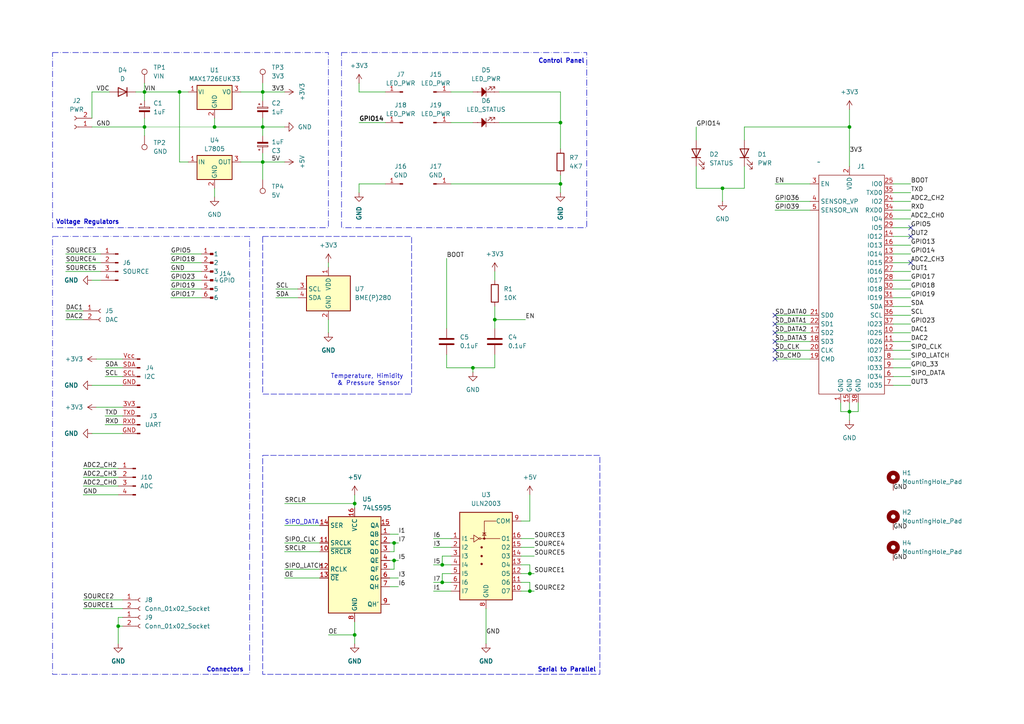
<source format=kicad_sch>
(kicad_sch (version 20231120) (generator "eeschema") (generator_version "8.0")
  (paper "A4")
  (junction (at 590.55 85.09))
  (junction (at 102.87 184.15))
  (junction (at 518.16 15.24))
  (junction (at 62.23 36.83))
  (junction (at 153.67 166.37))
  (junction (at 76.2 36.83))
  (junction (at 162.56 35.56))
  (junction (at 487.68 22.86))
  (junction (at 153.67 171.45))
  (junction (at 128.27 168.91))
  (junction (at 246.38 36.83))
  (junction (at 543.56 57.15))
  (junction (at 41.91 36.83))
  (junction (at 52.07 26.67))
  (junction (at 478.79 156.21))
  (junction (at 76.2 46.99))
  (junction (at 114.3 157.48))
  (junction (at 543.56 93.98))
  (junction (at 377.19 151.13))
  (junction (at 246.38 119.38))
  (junction (at 114.3 162.56))
  (junction (at 401.32 163.83))
  (junction (at 143.51 92.71))
  (junction (at 495.3 168.91))
  (junction (at 76.2 26.67))
  (junction (at 41.91 26.67))
  (junction (at 102.87 146.05))
  (junction (at 162.56 53.34))
  (junction (at 450.85 99.06))
  (junction (at 495.3 156.21))
  (junction (at 137.16 106.68))
  (junction (at 487.68 15.24))
  (junction (at 209.55 54.61))
  (junction (at 504.19 22.86))
  (junction (at 128.27 163.83))
  (junction (at 34.29 181.61))
  (no_connect (at 224.79 96.52))
  (no_connect (at 224.79 104.14))
  (no_connect (at 361.95 113.03))
  (no_connect (at 224.79 99.06))
  (no_connect (at 264.16 66.04))
  (no_connect (at 264.16 76.2))
  (no_connect (at 264.16 68.58))
  (no_connect (at 224.79 93.98))
  (no_connect (at 224.79 101.6))
  (no_connect (at 224.79 91.44))
  (wire (pts (xy 478.79 168.91) (xy 476.25 168.91)))
  (wire (pts (xy 114.3 162.56) (xy 114.3 165.1)))
  (wire (pts (xy 259.08 58.42) (xy 264.16 58.42)))
  (wire (pts (xy 553.72 62.23) (xy 556.26 62.23)))
  (wire (pts (xy 62.23 54.61) (xy 62.23 57.15)))
  (wire (pts (xy 52.07 26.67) (xy 54.61 26.67)))
  (wire (pts (xy 483.87 95.25) (xy 492.76 95.25)))
  (wire (pts (xy 113.03 162.56) (xy 114.3 162.56)))
  (wire (pts (xy 224.79 101.6) (xy 234.95 101.6)))
  (wire (pts (xy 34.29 179.07) (xy 34.29 181.61)))
  (wire (pts (xy 30.48 109.22) (xy 35.56 109.22)))
  (wire (pts (xy 151.13 171.45) (xy 153.67 171.45)))
  (wire (pts (xy 41.91 36.83) (xy 62.23 36.83)) (stroke (width 0.0254)))
  (wire (pts (xy 485.14 97.79) (xy 492.76 97.79)))
  (wire (pts (xy 358.14 171.45) (xy 361.95 171.45)))
  (wire (pts (xy 102.87 180.34) (xy 102.87 184.15)))
  (wire (pts (xy 82.55 157.48) (xy 92.71 157.48)))
  (wire (pts (xy 162.56 26.67) (xy 162.56 35.56)))
  (wire (pts (xy 162.56 50.8) (xy 162.56 53.34)))
  (wire (pts (xy 24.13 173.99) (xy 35.56 173.99)))
  (wire (pts (xy 129.54 106.68) (xy 137.16 106.68)))
  (wire (pts (xy 41.91 26.67) (xy 52.07 26.67)))
  (wire (pts (xy 590.55 85.09) (xy 590.55 93.98)))
  (wire (pts (xy 259.08 63.5) (xy 264.16 63.5)))
  (wire (pts (xy 209.55 54.61) (xy 215.9 54.61)))
  (wire (pts (xy 495.3 158.75) (xy 495.3 156.21)))
  (wire (pts (xy 377.19 151.13) (xy 382.27 151.13)))
  (wire (pts (xy 224.79 99.06) (xy 234.95 99.06)))
  (wire (pts (xy 54.61 46.99) (xy 52.07 46.99)))
  (wire (pts (xy 30.48 120.65) (xy 35.56 120.65)))
  (wire (pts (xy 495.3 156.21) (xy 504.19 156.21)))
  (wire (pts (xy 518.16 62.23) (xy 533.4 62.23)))
  (wire (pts (xy 24.13 140.97) (xy 34.29 140.97)))
  (wire (pts (xy 401.32 142.24) (xy 401.32 146.05)))
  (wire (pts (xy 82.55 160.02) (xy 92.71 160.02)))
  (wire (pts (xy 604.52 48.26) (xy 604.52 59.69)))
  (wire (pts (xy 574.04 67.31) (xy 580.39 67.31)))
  (wire (pts (xy 246.38 31.75) (xy 246.38 36.83)))
  (wire (pts (xy 259.08 78.74) (xy 264.16 78.74)))
  (wire (pts (xy 128.27 163.83) (xy 130.81 163.83)))
  (wire (pts (xy 128.27 168.91) (xy 130.81 168.91)))
  (wire (pts (xy 259.08 81.28) (xy 264.16 81.28)))
  (wire (pts (xy 553.72 77.47) (xy 556.26 77.47)))
  (wire (pts (xy 482.6 15.24) (xy 487.68 15.24)))
  (wire (pts (xy 27.94 104.14) (xy 35.56 104.14)))
  (wire (pts (xy 153.67 171.45) (xy 154.94 171.45)))
  (wire (pts (xy 125.73 156.21) (xy 130.81 156.21)))
  (wire (pts (xy 389.89 151.13) (xy 393.7 151.13)))
  (wire (pts (xy 453.39 95.25) (xy 453.39 99.06)))
  (wire (pts (xy 62.23 34.29) (xy 62.23 36.83)))
  (wire (pts (xy 151.13 156.21) (xy 154.94 156.21)))
  (wire (pts (xy 29.21 78.74) (xy 19.05 78.74)))
  (wire (pts (xy 551.22 22.73) (xy 558.84 22.73)))
  (wire (pts (xy 243.84 119.38) (xy 246.38 119.38)))
  (wire (pts (xy 114.3 157.48) (xy 115.57 157.48)))
  (wire (pts (xy 104.14 26.67) (xy 104.14 24.13)))
  (wire (pts (xy 76.2 34.29) (xy 76.2 36.83)))
  (wire (pts (xy 29.21 73.66) (xy 19.05 73.66)))
  (wire (pts (xy 259.08 53.34) (xy 264.16 53.34)))
  (wire (pts (xy 504.19 22.86) (xy 504.19 26.67)))
  (wire (pts (xy 49.53 81.28) (xy 58.42 81.28)))
  (wire (pts (xy 153.67 151.13) (xy 151.13 151.13)))
  (wire (pts (xy 574.04 62.23) (xy 580.39 62.23)))
  (wire (pts (xy 462.28 67.31) (xy 467.36 67.31)))
  (wire (pts (xy 201.93 36.83) (xy 201.93 40.64)))
  (wire (pts (xy 469.9 15.24) (xy 474.98 15.24)))
  (wire (pts (xy 49.53 83.82) (xy 58.42 83.82)))
  (wire (pts (xy 151.13 168.91) (xy 153.67 168.91)))
  (wire (pts (xy 26.67 81.28) (xy 29.21 81.28)))
  (wire (pts (xy 518.16 67.31) (xy 533.4 67.31)))
  (wire (pts (xy 102.87 146.05) (xy 102.87 147.32)))
  (wire (pts (xy 458.47 168.91) (xy 461.01 168.91)))
  (wire (pts (xy 504.19 163.83) (xy 504.19 168.91)))
  (wire (pts (xy 604.52 59.69) (xy 600.71 59.69)))
  (wire (pts (xy 104.14 53.34) (xy 104.14 55.88)))
  (wire (pts (xy 234.95 53.34) (xy 224.79 53.34)))
  (wire (pts (xy 358.14 173.99) (xy 361.95 173.99)))
  (wire (pts (xy 144.78 35.56) (xy 162.56 35.56)))
  (wire (pts (xy 111.76 26.67) (xy 104.14 26.67)))
  (wire (pts (xy 102.87 143.51) (xy 102.87 146.05)))
  (wire (pts (xy 26.67 26.67) (xy 31.75 26.67)))
  (wire (pts (xy 574.04 64.77) (xy 580.39 64.77)))
  (wire (pts (xy 243.84 116.84) (xy 243.84 119.38)))
  (wire (pts (xy 434.34 55.88) (xy 438.15 55.88)))
  (wire (pts (xy 41.91 39.37) (xy 41.91 36.83)))
  (wire (pts (xy 19.05 90.17) (xy 24.13 90.17)))
  (wire (pts (xy 224.79 60.96) (xy 234.95 60.96)))
  (wire (pts (xy 543.56 48.26) (xy 543.56 57.15)))
  (wire (pts (xy 543.56 93.98) (xy 543.56 96.52)))
  (wire (pts (xy 504.19 161.29) (xy 506.73 161.29)))
  (wire (pts (xy 574.04 74.93) (xy 580.39 74.93)))
  (wire (pts (xy 49.53 76.2) (xy 58.42 76.2)))
  (wire (pts (xy 34.29 181.61) (xy 35.56 181.61)))
  (wire (pts (xy 27.94 118.11) (xy 35.56 118.11)))
  (wire (pts (xy 41.91 26.67) (xy 41.91 29.21)))
  (wire (pts (xy 143.51 88.9) (xy 143.51 92.71)))
  (wire (pts (xy 143.51 92.71) (xy 152.4 92.71)))
  (wire (pts (xy 153.67 163.83) (xy 153.67 166.37)))
  (wire (pts (xy 518.16 74.93) (xy 533.4 74.93)))
  (wire (pts (xy 259.08 106.68) (xy 264.16 106.68)))
  (wire (pts (xy 41.91 34.29) (xy 41.91 36.83)))
  (wire (pts (xy 209.55 58.42) (xy 209.55 54.61)))
  (wire (pts (xy 130.81 35.56) (xy 137.16 35.56)))
  (wire (pts (xy 224.79 93.98) (xy 234.95 93.98)))
  (wire (pts (xy 153.67 143.51) (xy 153.67 151.13)))
  (wire (pts (xy 24.13 176.53) (xy 35.56 176.53)))
  (wire (pts (xy 486.41 173.99) (xy 487.68 173.99)))
  (wire (pts (xy 224.79 91.44) (xy 234.95 91.44)))
  (wire (pts (xy 113.03 160.02) (xy 114.3 160.02)))
  (wire (pts (xy 361.95 118.11) (xy 373.38 118.11)))
  (wire (pts (xy 113.03 167.64) (xy 115.57 167.64)))
  (wire (pts (xy 215.9 48.26) (xy 215.9 54.61)))
  (wire (pts (xy 52.07 26.67) (xy 52.07 46.99)))
  (wire (pts (xy 259.08 101.6) (xy 264.16 101.6)))
  (wire (pts (xy 342.9 113.03) (xy 346.71 113.03)))
  (wire (pts (xy 35.56 179.07) (xy 34.29 179.07)))
  (wire (pts (xy 76.2 46.99) (xy 82.55 46.99)))
  (wire (pts (xy 41.91 24.13) (xy 41.91 26.67)))
  (wire (pts (xy 76.2 36.83) (xy 82.55 36.83)))
  (wire (pts (xy 259.08 104.14) (xy 264.16 104.14)))
  (wire (pts (xy 130.81 26.67) (xy 137.16 26.67)))
  (wire (pts (xy 567.73 10.03) (xy 567.73 13.84)))
  (wire (pts (xy 151.13 161.29) (xy 154.94 161.29)))
  (wire (pts (xy 401.32 156.21) (xy 401.32 163.83)))
  (wire (pts (xy 259.08 93.98) (xy 264.16 93.98)))
  (wire (pts (xy 462.28 69.85) (xy 467.36 69.85)))
  (wire (pts (xy 143.51 102.87) (xy 143.51 106.68)))
  (wire (pts (xy 215.9 36.83) (xy 215.9 40.64)))
  (wire (pts (xy 82.55 152.4) (xy 92.71 152.4)))
  (wire (pts (xy 504.19 156.21) (xy 504.19 161.29)))
  (wire (pts (xy 553.72 69.85) (xy 556.26 69.85)))
  (wire (pts (xy 80.01 86.36) (xy 86.36 86.36)))
  (wire (pts (xy 151.13 163.83) (xy 153.67 163.83)))
  (wire (pts (xy 35.56 111.76) (xy 26.67 111.76)))
  (wire (pts (xy 151.13 158.75) (xy 154.94 158.75)))
  (wire (pts (xy 495.3 156.21) (xy 478.79 156.21)))
  (wire (pts (xy 30.48 123.19) (xy 35.56 123.19)))
  (wire (pts (xy 476.25 173.99) (xy 478.79 173.99)))
  (wire (pts (xy 104.14 35.56) (xy 111.76 35.56)))
  (wire (pts (xy 201.93 54.61) (xy 209.55 54.61)))
  (wire (pts (xy 76.2 36.83) (xy 76.2 39.37)))
  (wire (pts (xy 259.08 55.88) (xy 264.16 55.88)))
  (wire (pts (xy 453.39 99.06) (xy 450.85 99.06)))
  (wire (pts (xy 259.08 99.06) (xy 264.16 99.06)))
  (wire (pts (xy 574.04 77.47) (xy 580.39 77.47)))
  (wire (pts (xy 143.51 92.71) (xy 143.51 95.25)))
  (wire (pts (xy 201.93 48.26) (xy 201.93 54.61)))
  (wire (pts (xy 102.87 184.15) (xy 102.87 186.69)))
  (wire (pts (xy 553.72 74.93) (xy 556.26 74.93)))
  (wire (pts (xy 450.85 95.25) (xy 450.85 99.06)))
  (wire (pts (xy 449.58 27.94) (xy 449.58 31.75)))
  (wire (pts (xy 434.34 58.42) (xy 438.15 58.42)))
  (wire (pts (xy 518.16 77.47) (xy 533.4 77.47)))
  (wire (pts (xy 533.4 57.15) (xy 543.56 57.15)))
  (wire (pts (xy 553.72 72.39) (xy 556.26 72.39)))
  (wire (pts (xy 551.22 20.19) (xy 558.84 20.19)))
  (wire (pts (xy 358.14 166.37) (xy 361.95 166.37)))
  (wire (pts (xy 487.68 16.51) (xy 487.68 15.24)))
  (wire (pts (xy 518.16 22.86) (xy 504.19 22.86)))
  (wire (pts (xy 62.23 36.83) (xy 76.2 36.83)))
  (wire (pts (xy 401.32 163.83) (xy 401.32 172.72)))
  (wire (pts (xy 358.14 168.91) (xy 361.95 168.91)))
  (wire (pts (xy 361.95 115.57) (xy 373.38 115.57)))
  (wire (pts (xy 259.08 86.36) (xy 264.16 86.36)))
  (wire (pts (xy 224.79 104.14) (xy 234.95 104.14)))
  (wire (pts (xy 485.14 90.17) (xy 492.76 90.17)))
  (wire (pts (xy 450.85 99.06) (xy 450.85 101.6)))
  (wire (pts (xy 543.56 90.17) (xy 543.56 93.98)))
  (wire (pts (xy 76.2 29.21) (xy 76.2 26.67)))
  (wire (pts (xy 80.01 83.82) (xy 86.36 83.82)))
  (wire (pts (xy 259.08 60.96) (xy 264.16 60.96)))
  (wire (pts (xy 76.2 46.99) (xy 76.2 52.07)))
  (wire (pts (xy 472.44 22.86) (xy 487.68 22.86)))
  (wire (pts (xy 125.73 168.91) (xy 128.27 168.91)))
  (wire (pts (xy 259.08 71.12) (xy 264.16 71.12)))
  (wire (pts (xy 259.08 88.9) (xy 264.16 88.9)))
  (wire (pts (xy 469.9 17.78) (xy 472.44 17.78)))
  (wire (pts (xy 574.04 69.85) (xy 580.39 69.85)))
  (wire (pts (xy 553.72 67.31) (xy 556.26 67.31)))
  (wire (pts (xy 26.67 36.83) (xy 41.91 36.83)))
  (wire (pts (xy 401.32 163.83) (xy 393.7 163.83)))
  (wire (pts (xy 24.13 138.43) (xy 34.29 138.43)))
  (wire (pts (xy 104.14 53.34) (xy 111.76 53.34)))
  (wire (pts (xy 485.14 100.33) (xy 485.14 97.79)))
  (wire (pts (xy 125.73 171.45) (xy 130.81 171.45)))
  (wire (pts (xy 377.19 142.24) (xy 377.19 151.13)))
  (wire (pts (xy 511.81 15.24) (xy 518.16 15.24)))
  (wire (pts (xy 224.79 58.42) (xy 234.95 58.42)))
  (wire (pts (xy 495.3 179.07) (xy 495.3 182.88)))
  (wire (pts (xy 113.03 154.94) (xy 115.57 154.94)))
  (wire (pts (xy 35.56 125.73) (xy 26.67 125.73)))
  (wire (pts (xy 259.08 76.2) (xy 264.16 76.2)))
  (wire (pts (xy 506.73 163.83) (xy 504.19 163.83)))
  (wire (pts (xy 590.55 93.98) (xy 543.56 93.98)))
  (wire (pts (xy 327.66 113.03) (xy 335.28 113.03)))
  (wire (pts (xy 95.25 76.2) (xy 95.25 77.47)))
  (wire (pts (xy 49.53 86.36) (xy 58.42 86.36)))
  (wire (pts (xy 246.38 119.38) (xy 246.38 121.92)))
  (wire (pts (xy 259.08 68.58) (xy 264.16 68.58)))
  (wire (pts (xy 259.08 96.52) (xy 264.16 96.52)))
  (wire (pts (xy 259.08 111.76) (xy 264.16 111.76)))
  (wire (pts (xy 478.79 156.21) (xy 478.79 168.91)))
  (wire (pts (xy 76.2 44.45) (xy 76.2 46.99)))
  (wire (pts (xy 125.73 158.75) (xy 130.81 158.75)))
  (wire (pts (xy 82.55 165.1) (xy 92.71 165.1)))
  (wire (pts (xy 246.38 36.83) (xy 246.38 48.26)))
  (wire (pts (xy 129.54 74.93) (xy 129.54 95.25)))
  (wire (pts (xy 384.81 163.83) (xy 386.08 163.83)))
  (wire (pts (xy 344.17 123.19) (xy 344.17 118.11)))
  (wire (pts (xy 162.56 53.34) (xy 162.56 55.88)))
  (wire (pts (xy 153.67 168.91) (xy 153.67 171.45)))
  (wire (pts (xy 455.93 173.99) (xy 461.01 173.99)))
  (wire (pts (xy 69.85 46.99) (xy 76.2 46.99)))
  (wire (pts (xy 69.85 26.67) (xy 76.2 26.67)))
  (wire (pts (xy 518.16 21.59) (xy 518.16 22.86)))
  (wire (pts (xy 472.44 17.78) (xy 472.44 22.86)))
  (wire (pts (xy 518.16 69.85) (xy 533.4 69.85)))
  (wire (pts (xy 19.05 92.71) (xy 24.13 92.71)))
  (wire (pts (xy 34.29 181.61) (xy 34.29 186.69)))
  (wire (pts (xy 82.55 146.05) (xy 102.87 146.05)))
  (wire (pts (xy 248.92 119.38) (xy 246.38 119.38)))
  (wire (pts (xy 377.19 168.91) (xy 377.19 172.72)))
  (wire (pts (xy 535.94 93.98) (xy 543.56 93.98)))
  (wire (pts (xy 153.67 166.37) (xy 154.94 166.37)))
  (wire (pts (xy 440.69 168.91) (xy 450.85 168.91)))
  (wire (pts (xy 574.04 72.39) (xy 580.39 72.39)))
  (wire (pts (xy 259.08 66.04) (xy 264.16 66.04)))
  (wire (pts (xy 113.03 157.48) (xy 114.3 157.48)))
  (wire (pts (xy 259.08 109.22) (xy 264.16 109.22)))
  (wire (pts (xy 358.14 163.83) (xy 361.95 163.83)))
  (wire (pts (xy 518.16 16.51) (xy 518.16 15.24)))
  (wire (pts (xy 248.92 116.84) (xy 248.92 119.38)))
  (wire (pts (xy 590.55 82.55) (xy 590.55 85.09)))
  (wire (pts (xy 553.72 64.77) (xy 556.26 64.77)))
  (wire (pts (xy 34.29 135.89) (xy 24.13 135.89)))
  (wire (pts (xy 448.31 99.06) (xy 450.85 99.06)))
  (wire (pts (xy 483.87 92.71) (xy 492.76 92.71)))
  (wire (pts (xy 448.31 95.25) (xy 448.31 99.06)))
  (wire (pts (xy 162.56 35.56) (xy 162.56 43.18)))
  (wire (pts (xy 95.25 184.15) (xy 102.87 184.15)))
  (wire (pts (xy 259.08 83.82) (xy 264.16 83.82)))
  (wire (pts (xy 76.2 24.13) (xy 76.2 26.67)))
  (wire (pts (xy 130.81 166.37) (xy 128.27 166.37)))
  (wire (pts (xy 259.08 73.66) (xy 264.16 73.66)))
  (wire (pts (xy 130.81 161.29) (xy 128.27 161.29)))
  (wire (pts (xy 487.68 15.24) (xy 496.57 15.24)))
  (wire (pts (xy 518.16 15.24) (xy 525.78 15.24)))
  (wire (pts (xy 574.04 80.01) (xy 580.39 80.01)))
  (wire (pts (xy 487.68 22.86) (xy 504.19 22.86)))
  (wire (pts (xy 143.51 78.74) (xy 143.51 81.28)))
  (wire (pts (xy 495.3 166.37) (xy 495.3 168.91)))
  (wire (pts (xy 125.73 163.83) (xy 128.27 163.83)))
  (wire (pts (xy 487.68 21.59) (xy 487.68 22.86)))
  (wire (pts (xy 49.53 73.66) (xy 58.42 73.66)))
  (wire (pts (xy 30.48 106.68) (xy 35.56 106.68)))
  (wire (pts (xy 259.08 91.44) (xy 264.16 91.44)))
  (wire (pts (xy 26.67 26.67) (xy 26.67 34.29)))
  (wire (pts (xy 358.14 161.29) (xy 361.95 161.29)))
  (wire (pts (xy 130.81 53.34) (xy 162.56 53.34)))
  (wire (pts (xy 137.16 106.68) (xy 137.16 107.95)))
  (wire (pts (xy 24.13 143.51) (xy 34.29 143.51)))
  (wire (pts (xy 224.79 96.52) (xy 234.95 96.52)))
  (wire (pts (xy 377.19 151.13) (xy 377.19 158.75)))
  (wire (pts (xy 128.27 161.29) (xy 128.27 163.83)))
  (wire (pts (xy 113.03 165.1) (xy 114.3 165.1)))
  (wire (pts (xy 113.03 170.18) (xy 115.57 170.18)))
  (wire (pts (xy 95.25 92.71) (xy 95.25 96.52)))
  (wire (pts (xy 567.73 29.08) (xy 567.73 34.16)))
  (wire (pts (xy 129.54 102.87) (xy 129.54 106.68)))
  (wire (pts (xy 478.79 153.67) (xy 478.79 156.21)))
  (wire (pts (xy 151.13 166.37) (xy 153.67 166.37)))
  (wire (pts (xy 140.97 176.53) (xy 140.97 186.69)))
  (wire (pts (xy 76.2 26.67) (xy 82.55 26.67)))
  (wire (pts (xy 452.12 27.94) (xy 452.12 31.75)))
  (wire (pts (xy 49.53 78.74) (xy 58.42 78.74)))
  (wire (pts (xy 29.21 76.2) (xy 19.05 76.2)))
  (wire (pts (xy 344.17 118.11) (xy 346.71 118.11)))
  (wire (pts (xy 137.16 106.68) (xy 143.51 106.68)))
  (wire (pts (xy 215.9 36.83) (xy 246.38 36.83)))
  (wire (pts (xy 504.19 168.91) (xy 495.3 168.91)))
  (wire (pts (xy 114.3 162.56) (xy 115.57 162.56)))
  (wire (pts (xy 455.93 182.88) (xy 455.93 173.99)))
  (wire (pts (xy 128.27 166.37) (xy 128.27 168.91)))
  (wire (pts (xy 246.38 116.84) (xy 246.38 119.38)))
  (wire (pts (xy 114.3 160.02) (xy 114.3 157.48)))
  (wire (pts (xy 553.72 80.01) (xy 556.26 80.01)))
  (wire (pts (xy 144.78 26.67) (xy 162.56 26.67)))
  (wire (pts (xy 39.37 26.67) (xy 41.91 26.67)))
  (wire (pts (xy 82.55 167.64) (xy 92.71 167.64)))
  (rectangle (start 328.93 137.16) (end 412.75 186.69) (stroke (width 0) (type dash_dot)))
  (rectangle (start 76.2 132.08) (end 173.99 195.58) (stroke (width 0) (type dash)))
  (rectangle (start 15.24 68.58) (end 72.39 195.58) (stroke (width 0) (type dash_dot)))
  (rectangle (start 76.2 68.58) (end 119.38 114.3) (stroke (width 0) (type dash)))
  (rectangle (start 99.06 15.24) (end 170.18 66.04) (stroke (width 0) (type dash_dot)))
  (rectangle (start 15.24 15.24) (end 95.25 66.04) (stroke (width 0) (type dash_dot)))
  (text "Voltage Regulators" (at 25.4 63.754 0) (effects (font (size 1.27 1.27) (thickness 0.254) (bold yes)) (justify top)))
  (text "UART Programmer" (at 401.828 184.912 0) (effects (font (size 1.27 1.27))))
  (text "Control Panel " (at 163.322 17.78 0) (effects (font (size 1.27 1.27) (thickness 0.254) (bold yes))))
  (text "Connectors\n" (at 65.278 194.31 0) (effects (font (size 1.27 1.27) (thickness 0.254) (bold yes))))
  (text "Serial to Parallel" (at 172.974 195.072 0) (effects (font (size 1.27 1.27) (bold yes)) (justify right bottom)))
  (text "Temperature, Himidity \n& Pressure Sensor" (at 106.934 110.236 0) (effects (font (size 1.27 1.27))))
  (label "SIPO_DATA" (at 264.16 109.22 0))
  (label "VIN" (at 487.68 15.24 0))
  (label "SOURCE5" (at 154.94 161.29 0))
  (label "GND" (at 259.08 142.24 0))
  (label "SRCLR-2" (at 518.16 69.85 0))
  (label "SOURCE3" (at 19.05 73.66 0))
  (label "SOURCE4" (at 19.05 76.2 0))
  (label "SD_DATA1" (at 224.79 93.98 0))
  (label "SOURCE1" (at 24.13 176.53 0))
  (label "I7" (at 115.57 157.48 0))
  (label "TXD" (at 361.95 166.37 0))
  (label "GPIO5" (at 264.16 66.04 0))
  (label "SOURCE5" (at 19.05 78.74 0))
  (label "RTS" (at 401.32 172.72 0))
  (label "ADC2_CH2" (at 264.16 58.42 0))
  (label "OUT1" (at 264.16 78.74 0))
  (label "GPIO_33" (at 264.16 106.68 0))
  (label "QD-2" (at 556.26 67.31 0))
  (label "I3" (at 115.57 167.64 0))
  (label "OE-2" (at 518.16 77.47 0))
  (label "QG-2" (at 556.26 77.47 0))
  (label "OUT2" (at 264.16 68.58 0))
  (label "3V3" (at 361.95 161.29 0))
  (label "SD_DATA0" (at 224.79 91.44 0))
  (label "QE-2" (at 574.04 72.39 0))
  (label "QA-2" (at 556.26 62.23 0))
  (label "EN" (at 401.32 142.24 0))
  (label "GPIO23" (at 264.16 93.98 0))
  (label "VDC" (at 27.94 26.67 0))
  (label "GPIO13" (at 264.16 71.12 0))
  (label "SCL" (at 80.01 83.82 0))
  (label "QF-2" (at 556.26 72.39 0))
  (label "SIPO_CLK" (at 82.55 157.48 0))
  (label "SD_CLK" (at 224.79 101.6 0))
  (label "DAC2" (at 19.05 92.71 0))
  (label "OE" (at 95.25 184.15 0))
  (label "TXD" (at 264.16 55.88 0))
  (label "I1" (at 125.73 171.45 0))
  (label "BOOT" (at 129.54 74.93 0))
  (label "QB-2" (at 574.04 80.01 0))
  (label "ADC2_CH2" (at 24.13 135.89 0))
  (label "SDA" (at 264.16 88.9 0))
  (label "SD_CMD" (at 224.79 104.14 0))
  (label "ADC2_CH0" (at 24.13 140.97 0))
  (label "SD_DATA3" (at 224.79 99.06 0))
  (label "SIPO_LATCH" (at 82.55 165.1 0))
  (label "I5" (at 115.57 162.56 0))
  (label "GPIO17" (at 264.16 81.28 0))
  (label "GPIO23" (at 49.53 81.28 0))
  (label "SRCLR-2" (at 533.4 57.15 0))
  (label "3V3" (at 452.12 27.94 0))
  (label "GPIO5" (at 49.53 73.66 0))
  (label "DTR" (at 377.19 142.24 0))
  (label "GPIO13" (at 440.69 168.91 0))
  (label "SD_DATA2" (at 224.79 96.52 0))
  (label "SDA-2" (at 551.22 22.73 0))
  (label "GND" (at 24.13 143.51 0))
  (label "EN" (at 152.4 92.71 0))
  (label "RTS" (at 361.95 171.45 0))
  (label "QH-2" (at 556.26 74.93 0))
  (label "SCL" (at 264.16 91.44 0))
  (label "SIPO_LATCH" (at 264.16 104.14 0))
  (label "QH-2" (at 574.04 64.77 0))
  (label "GPIO18" (at 264.16 83.82 0))
  (label "GPIO14" (at 201.93 36.83 0))
  (label "GPIO14" (at 264.16 73.66 0))
  (label "V1-" (at 363.22 118.11 0))
  (label "BOOT" (at 377.19 172.72 0))
  (label "RX" (at 434.34 55.88 0))
  (label "RXD" (at 30.48 123.19 0))
  (label "GPIO27" (at 327.66 113.03 0))
  (label "SCL" (at 30.48 109.22 0))
  (label "QG-2" (at 574.04 67.31 0))
  (label "GND" (at 361.95 163.83 0))
  (label "SIPO_CLK" (at 264.16 101.6 0))
  (label "GND" (at 49.53 78.74 0))
  (label "I6" (at 125.73 156.21 0))
  (label "3V3" (at 246.38 44.45 0))
  (label "ADC2_CH3" (at 264.16 76.2 0))
  (label "OUT3" (at 264.16 111.76 0))
  (label "SCL-2" (at 483.87 95.25 0))
  (label "GPIO39" (at 224.79 60.96 0))
  (label "I5" (at 125.73 163.83 0))
  (label "SOURCE1" (at 154.94 166.37 0))
  (label "QC-2" (at 556.26 64.77 0))
  (label "GND" (at 259.08 153.67 0))
  (label "GPIO17" (at 49.53 86.36 0))
  (label "GPIO18" (at 49.53 76.2 0))
  (label "SIPO_DATA-2" (at 518.16 62.23 0))
  (label "SOURCE2" (at 154.94 171.45 0))
  (label "BOOT" (at 264.16 53.34 0))
  (label "OE-2" (at 535.94 93.98 0))
  (label "RXD" (at 361.95 168.91 0))
  (label "SRCLR" (at 82.55 146.05 0))
  (label "SOURCE3" (at 154.94 156.21 0))
  (label "5V" (at 514.35 15.24 0))
  (label "DTR" (at 361.95 173.99 0))
  (label "ADC2_CH0" (at 264.16 63.5 0))
  (label "5V" (at 78.74 46.99 0))
  (label "ADC2_CH3" (at 24.13 138.43 0))
  (label "SCL-2" (at 551.22 20.19 0))
  (label "SIPO_CLK-2" (at 518.16 67.31 0))
  (label "GND" (at 259.08 162.56 0))
  (label "VIN" (at 41.91 26.67 0))
  (label "SDA-2" (at 483.87 92.71 0))
  (label "QC-2" (at 574.04 77.47 0))
  (label "DAC2" (at 264.16 99.06 0))
  (label "SDA" (at 80.01 86.36 0))
  (label "TX" (at 434.34 58.42 0))
  (label "DAC1" (at 264.16 96.52 0))
  (label "3V3" (at 78.74 26.67 0))
  (label "OE" (at 82.55 167.64 0))
  (label "SDA" (at 30.48 106.68 0))
  (label "QD-2" (at 574.04 74.93 0))
  (label "QE-2" (at 556.26 69.85 0))
  (label "SRCLR" (at 82.55 160.02 0))
  (label "GPIO19" (at 49.53 83.82 0))
  (label "QF-2" (at 574.04 69.85 0))
  (label "GPIO36" (at 224.79 58.42 0))
  (label "GPIO19" (at 264.16 86.36 0))
  (label "SCL-2" (at 467.36 69.85 0))
  (label "I3" (at 125.73 158.75 0))
  (label "GND" (at 27.94 36.83 0))
  (label "SIPO_LATCH-2" (at 518.16 74.93 0))
  (label "I1" (at 115.57 154.94 0))
  (label "V1+" (at 363.22 115.57 0))
  (label "DAC1" (at 19.05 90.17 0))
  (label "EN" (at 224.79 53.34 0))
  (label "VDC" (at 469.9 15.24 0))
  (label "I6" (at 115.57 170.18 0))
  (label "SIPO_DATA" (at 82.55 152.4 0))
  (label "QB-2" (at 556.26 80.01 0))
  (label "GND" (at 140.97 184.15 0))
  (label "GPIO14" (at 104.14 35.56 0) (effects (font (bold yes))))
  (label "SOURCE4" (at 154.94 158.75 0))
  (label "I7" (at 125.73 168.91 0))
  (label "GND" (at 477.52 22.86 0))
  (label "TXD" (at 30.48 120.65 0))
  (label "SDA-2" (at 467.36 67.31 0))
  (label "QA-2" (at 574.04 62.23 0))
  (label "SOURCE2" (at 24.13 173.99 0))
  (label "RXD" (at 264.16 60.96 0))
  (symbol (lib_id "Connector:Conn_01x02_Socket") (at 29.21 90.17 0) (unit 1)
    (property "Reference" "J5" (at 30.48 90.1699 0) (effects (justify left)))
    (property "Value" "DAC" (at 30.48 92.7099 0) (effects (justify left)))
    (property "Footprint" "Connector_PinSocket_2.54mm:PinSocket_1x02_P2.54mm_Vertical" (effects (hide yes)))
  )
  (symbol (lib_id "power:GND") (at 82.55 36.83 90) (unit 1)
    (property "Reference" "#PWR03" (effects (hide yes)))
    (property "Value" "GND" (at 86.36 36.8299 90) (effects (justify right)))
  )
  (symbol (lib_name "+5V_1") (lib_id "power:+5V") (at 604.52 48.26 0) (unit 1)
    (property "Reference" "#PWR039" (effects (hide yes)))
    (property "Value" "+5V" (at 604.52 43.18 0))
    (property "Description" "Power symbol creates a global label with name \"+5V\"" (effects (hide yes)))
  )
  (symbol (lib_id "Device:R") (at 389.89 163.83 270) (unit 1) (on_board no)
    (property "Reference" "R3" (at 389.89 157.48 90))
    (property "Value" "10K" (at 389.89 160.02 90))
    (property "Footprint" "Resistor_SMD:R_1210_3225Metric_Pad1.30x2.65mm_HandSolder" (effects (hide yes)))
    (property "Description" "Resistor" (effects (hide yes)))
  )
  (symbol (lib_id "Connector:Conn_01x04_Pin") (at 39.37 138.43 0) (mirror y) (unit 1)
    (property "Reference" "J10" (at 40.64 138.4299 0) (effects (justify right)))
    (property "Value" "ADC" (at 40.64 140.9699 0) (effects (justify right)))
    (property "Footprint" "Connector_PinSocket_2.54mm:PinSocket_1x04_P2.54mm_Vertical" (effects (hide yes)))
  )
  (symbol (lib_id "Device:C_Polarized_Small") (at 518.16 19.05 0) (mirror x) (unit 1)
    (property "Reference" "C7" (at 520.7 20.8661 0) (effects (justify left)))
    (property "Value" "1uF" (at 520.7 18.3261 0) (effects (justify left)))
    (property "Footprint" "Capacitor_THT:CP_Radial_D4.0mm_P2.00mm" (effects (hide yes)))
  )
  (symbol (lib_id "power:+3V3") (at 95.25 76.2 0) (unit 1)
    (property "Reference" "#PWR022" (effects (hide yes)))
    (property "Value" "+3V3" (at 95.25 71.12 0))
  )
  (symbol (lib_id "power:GND") (at 26.67 81.28 270) (unit 1)
    (property "Reference" "#PWR023" (effects (hide yes)))
    (property "Value" "GND" (at 22.86 81.28 90) (effects (font (bold yes)) (justify right)))
  )
  (symbol (lib_id "power:+3V3") (at 27.94 118.11 90) (unit 1)
    (property "Reference" "#PWR06" (effects (hide yes)))
    (property "Value" "+3V3" (at 24.13 118.1099 90) (effects (justify left)))
  )
  (symbol (lib_id "power:GND") (at 567.73 34.16 0) (unit 1)
    (property "Reference" "#PWR032" (effects (hide yes)))
    (property "Value" "GND" (at 567.73 39.24 0))
  )
  (symbol (lib_id "Alexander Symbol Library:BME(P)280") (at 96.52 87.63 0) (unit 1)
    (property "Reference" "U7" (at 102.87 83.8199 0) (effects (justify left)))
    (property "Value" "BME(P)280" (at 102.87 86.3599 0) (effects (justify left)))
    (property "Footprint" "Alexander Footprint Library:BME280_BMP280_I2C" (effects (hide yes)))
    (property "Description" "Absolute Barometric Pressure Sensor" (effects (hide yes)))
  )
  (symbol (lib_id "Device:LED") (at 201.93 44.45 90) (unit 1)
    (property "Reference" "D2" (at 205.74 44.7674 90) (effects (justify right)))
    (property "Value" "STATUS" (at 205.74 47.3074 90) (effects (justify right)))
    (property "Footprint" "LED_SMD:LED_1210_3225Metric_Pad1.42x2.65mm_HandSolder" (effects (hide yes)))
    (property "Description" "Light emitting diode" (effects (hide yes)))
  )
  (symbol (lib_id "Connector:Conn_01x01_Pin") (at 125.73 35.56 0) (mirror x) (unit 1)
    (property "Reference" "J19" (at 126.365 30.48 0))
    (property "Value" "LED_PWR" (at 126.365 33.02 0))
    (property "Footprint" "Alexander Footprint Library:Pad_1x01_P2.54_SMD" (effects (hide yes)))
    (property "Description" "Generic connector, single row, 01x01, script generated" (effects (hide yes)))
  )
  (symbol (lib_id "power:+3V3") (at 27.94 104.14 90) (unit 1)
    (property "Reference" "#PWR08" (effects (hide yes)))
    (property "Value" "+3V3" (at 24.13 104.14 90) (effects (justify left)))
  )
  (symbol (lib_id "Regulator_Linear:L7805") (at 504.19 15.24 0) (unit 1)
    (property "Reference" "U9" (at 504.19 8.89 0))
    (property "Value" "L7805" (at 504.19 11.43 0))
    (property "Footprint" "Alexander Footprint Library:LD1117" (effects (hide yes)))
    (property "Datasheet" "datasheets/Voltage-Regulator_L7805.pdf" (effects (hide yes)))
    (property "Description" "Voltage Regulator 1.5A Positive" (effects (hide yes)))
  )
  (symbol (lib_id "Alexander Symbol Library:BME(P)280") (at 569 24 0) (unit 1)
    (property "Reference" "U8" (at 575.35 20.1899 0) (effects (justify left)))
    (property "Value" "BME(P)280" (at 575.35 22.7299 0) (effects (justify left)))
    (property "Footprint" "Alexander Footprint Library:BME280_BMP280_I2C" (effects (hide yes)))
    (property "Description" "Absolute Barometric Pressure Sensor" (effects (hide yes)))
  )
  (symbol (lib_name "GND_4") (lib_id "power:GND") (at 543.56 96.52 0) (unit 1)
    (property "Reference" "#PWR036" (effects (hide yes)))
    (property "Value" "GND" (at 543.56 101.6 0) (effects (font (bold yes))))
    (property "Description" "Power symbol creates a global label with name \"GND\" , ground" (effects (hide yes)))
  )
  (symbol (lib_id "Transistor_Array:ULN2801A") (at 590.55 67.31 0) (unit 1)
    (property "Reference" "U11" (at 590.55 52.07 0))
    (property "Value" "ULN2801A" (at 590.55 54.61 0))
    (property "Footprint" "PCM_Package_DIP_AKL:DIP-18_W7.62mm" (effects (hide yes)))
    (property "Datasheet" "http://www.promelec.ru/pdf/1536.pdf" (effects (hide yes)))
    (property "Description" "Darlington Transistor Arrays, SOIC18/DIP18" (effects (hide yes)))
  )
  (symbol (lib_id "power:+3V3") (at 485.14 90.17 90) (unit 1)
    (property "Reference" "#PWR038" (effects (hide yes)))
    (property "Value" "+3V3" (at 481.33 90.17 90) (effects (justify left)))
  )
  (symbol (lib_id "power:+5V") (at 153.67 143.51 0) (unit 1)
    (property "Reference" "#PWR012" (effects (hide yes)))
    (property "Value" "+5V" (at 153.67 138.43 0))
  )
  (symbol (lib_id "Transistor_Array:ULN2003") (at 140.97 161.29 0) (unit 1)
    (property "Reference" "U3" (at 140.97 143.51 0))
    (property "Value" "ULN2003" (at 140.97 146.05 0))
    (property "Footprint" "Package_DIP:DIP-16_W7.62mm" (effects (hide yes)))
    (property "Datasheet" "http://www.ti.com/lit/ds/symlink/uln2003a.pdf" (effects (hide yes)))
  )
  (symbol (lib_id "PCM_SL_Devices:LED_5mm") (at 140.97 26.67 0) (unit 1)
    (property "Reference" "D5" (at 140.97 20.32 0))
    (property "Value" "LED_PWR" (at 140.97 22.86 0))
    (property "Footprint" "LED_THT:LED_D5.0mm" (effects (hide yes)))
    (property "Description" "Common 5mm diameter LED" (effects (hide yes)))
  )
  (symbol (lib_id "Device:D") (at 495.3 162.56 270) (unit 1) (on_board no)
    (property "Reference" "D3" (at 497.84 161.2899 90) (effects (justify left)))
    (property "Value" "1N4007" (at 497.84 163.8299 90) (effects (justify left)))
    (property "Description" "Diode" (effects (hide yes)))
    (property "Sim.Device" "D" (effects (hide yes)))
    (property "Sim.Pins" "1=K 2=A" (effects (hide yes)))
  )
  (symbol (lib_id "Device:R") (at 386.08 151.13 270) (unit 1) (on_board no)
    (property "Reference" "R4" (at 386.08 144.78 90))
    (property "Value" "10K" (at 386.08 147.32 90))
    (property "Footprint" "Resistor_SMD:R_1210_3225Metric_Pad1.30x2.65mm_HandSolder" (effects (hide yes)))
    (property "Description" "Resistor" (effects (hide yes)))
  )
  (symbol (lib_name "Conn_UART_1") (lib_id "Alexander_Library_Symbols:Conn_UART") (at 40.64 118.11 0) (mirror y) (unit 1)
    (property "Reference" "J3" (at 44.45 120.65 0))
    (property "Value" "UART" (at 44.45 123.19 0))
    (property "Footprint" "Alexander Footprints Library:Conn_UART" (effects (hide yes)))
  )
  (symbol (lib_name "+5V_1") (lib_id "power:+5V") (at 543.56 48.26 0) (unit 1)
    (property "Reference" "#PWR035" (effects (hide yes)))
    (property "Value" "+5V" (at 543.56 43.18 0))
    (property "Description" "Power symbol creates a global label with name \"+5V\"" (effects (hide yes)))
  )
  (symbol (lib_id "Device:C_Polarized_Small") (at 76.2 41.91 0) (mirror x) (unit 1)
    (property "Reference" "C3" (at 78.74 43.7261 0) (effects (justify left)))
    (property "Value" "1uF" (at 78.74 41.1861 0) (effects (justify left)))
    (property "Footprint" "Capacitor_THT:CP_Radial_D4.0mm_P2.00mm" (effects (hide yes)))
  )
  (symbol (lib_id "Device:C_Polarized_Small") (at 41.91 31.75 0) (unit 1)
    (property "Reference" "C1" (at 44.45 29.9339 0) (effects (justify left)))
    (property "Value" "1uF" (at 44.45 32.4739 0) (effects (justify left)))
    (property "Footprint" "Capacitor_THT:CP_Radial_D4.0mm_P2.00mm" (effects (hide yes)))
  )
  (symbol (lib_id "Device:R") (at 339.09 113.03 90) (unit 1) (on_board no)
    (property "Reference" "R2" (at 339.09 106.68 90))
    (property "Value" "1K" (at 339.09 109.22 90))
    (property "Footprint" "Resistor_SMD:R_1210_3225Metric_Pad1.30x2.65mm_HandSolder" (effects (hide yes)))
  )
  (symbol (lib_name "GND_6") (lib_id "power:GND") (at 455.93 182.88 0) (unit 1)
    (property "Reference" "#PWR020" (effects (hide yes)))
    (property "Value" "GND" (at 455.93 187.96 0))
    (property "Description" "Power symbol creates a global label with name \"GND\" , ground" (effects (hide yes)))
  )
  (symbol (lib_name "GND_5") (lib_id "power:GND") (at 495.3 182.88 0) (unit 1)
    (property "Reference" "#PWR019" (effects (hide yes)))
    (property "Value" "GND" (at 495.3 187.96 0))
    (property "Description" "Power symbol creates a global label with name \"GND\" , ground" (effects (hide yes)))
  )
  (symbol (lib_name "+5V_2") (lib_id "power:+5V") (at 449.58 27.94 0) (unit 1)
    (property "Reference" "#PWR030" (effects (hide yes)))
    (property "Value" "+5V" (at 449.58 22.86 0))
    (property "Description" "Power symbol creates a global label with name \"+5V\"" (effects (hide yes)))
  )
  (symbol (lib_id "power:GND") (at 26.67 111.76 270) (unit 1)
    (property "Reference" "#PWR09" (effects (hide yes)))
    (property "Value" "GND" (at 22.86 111.76 90) (effects (font (bold yes)) (justify right)))
  )
  (symbol (lib_id "Alexander Symbol Library:ESP32-WROOM-32D-38pins") (at 440.69 92.71 0) (unit 1)
    (property "Reference" "J20" (at 454.3141 30.48 0) (effects (justify left)))
    (property "Value" "~" (at 454.3141 33.02 0) (effects (justify left)))
    (property "Footprint" "Alexander Footprint Library:Conn_ESP32_WROOM-DevKit-38pins" (effects (hide yes)))
  )
  (symbol (lib_name "GND_4") (lib_id "power:GND") (at 102.87 186.69 0) (unit 1)
    (property "Reference" "#PWR016" (effects (hide yes)))
    (property "Value" "GND" (at 102.87 191.77 0) (effects (font (bold yes))))
    (property "Description" "Power symbol creates a global label with name \"GND\" , ground" (effects (hide yes)))
  )
  (symbol (lib_name "+5V_2") (lib_id "power:+5V") (at 567.73 10.03 0) (unit 1)
    (property "Reference" "#PWR031" (effects (hide yes)))
    (property "Value" "+5V" (at 567.73 4.95 0))
    (property "Description" "Power symbol creates a global label with name \"+5V\"" (effects (hide yes)))
  )
  (symbol (lib_id "power:GND") (at 26.67 125.73 270) (unit 1)
    (property "Reference" "#PWR07" (effects (hide yes)))
    (property "Value" "GND" (at 22.86 125.73 90) (effects (font (bold yes)) (justify right)))
  )
  (symbol (lib_id "74xx:74LS595") (at 102.87 162.56 0) (unit 1)
    (property "Reference" "U5" (at 105.0641 144.78 0) (effects (justify left)))
    (property "Value" "74LS595" (at 105.0641 147.32 0) (effects (justify left)))
    (property "Footprint" "Package_DIP:DIP-16_W7.62mm" (effects (hide yes)))
    (property "Datasheet" "http://www.ti.com/lit/gpn/sn74ls595" (effects (hide yes)))
    (property "Description" "8-bit serial in/out Shift Register 3-State Outputs" (effects (hide yes)))
  )
  (symbol (lib_id "Connector:Conn_01x01_Pin") (at 125.73 26.67 0) (mirror x) (unit 1)
    (property "Reference" "J15" (at 126.365 21.59 0))
    (property "Value" "LED_PWR" (at 126.365 24.13 0))
    (property "Footprint" "Alexander Footprint Library:Pad_1x01_P2.54_SMD" (effects (hide yes)))
    (property "Description" "Generic connector, single row, 01x01, script generated" (effects (hide yes)))
  )
  (symbol (lib_id "Connector:Conn_01x02_Socket") (at 378.46 115.57 0) (unit 1) (on_board no)
    (property "Reference" "J12" (at 379.73 115.5699 0) (effects (justify left)))
    (property "Value" "Conn_01x02_Socket" (at 379.73 118.1099 0) (effects (justify left)))
    (property "Footprint" "Connector_PinSocket_2.54mm:PinSocket_1x02_P2.54mm_Vertical" (effects (hide yes)))
    (property "Description" "Generic connector, single row, 01x02, script generated" (effects (hide yes)))
  )
  (symbol (lib_id "Mechanical:MountingHole_Pad") (at 259.08 151.13 0) (unit 1)
    (property "Reference" "H2" (at 261.62 148.59 0) (effects (justify left)))
    (property "Value" "MountingHole_Pad" (at 261.62 151.13 0) (effects (justify left)))
    (property "Footprint" "MountingHole:MountingHole_3mm" (effects (hide yes)))
  )
  (symbol (lib_id "power:GND") (at 140.97 186.69 0) (unit 1)
    (property "Reference" "#PWR010" (effects (hide yes)))
    (property "Value" "GND" (at 140.97 191.77 0) (effects (font (bold yes))))
  )
  (symbol (lib_name "GND_3") (lib_id "power:GND") (at 209.55 58.42 0) (unit 1)
    (property "Reference" "#PWR015" (effects (hide yes)))
    (property "Value" "GND" (at 209.55 63.5 0))
    (property "Description" "Power symbol creates a global label with name \"GND\" , ground" (effects (hide yes)))
  )
  (symbol (lib_id "Device:D") (at 478.79 15.24 180) (unit 1)
    (property "Reference" "D7" (at 478.79 8.89 0))
    (property "Value" "D" (at 478.79 11.43 0))
    (property "Footprint" "Diode_SMD:D_1210_3225Metric" (effects (hide yes)))
    (property "Description" "Diode" (effects (hide yes)))
    (property "Sim.Device" "D" (effects (hide yes)))
    (property "Sim.Pins" "1=K 2=A" (effects (hide yes)))
  )
  (symbol (lib_id "Connector:Conn_01x02_Socket") (at 40.64 179.07 0) (unit 1)
    (property "Reference" "J9" (at 41.91 179.07 0) (effects (justify left)))
    (property "Value" "Conn_01x02_Socket" (at 41.91 181.61 0) (effects (justify left)))
    (property "Footprint" "Alexander Footprints Library:Conn_Terminal_5mm" (effects (hide yes)))
  )
  (symbol (lib_id "Connector:Conn_01x04_Pin") (at 34.29 76.2 0) (mirror y) (unit 1)
    (property "Reference" "J6" (at 35.56 76.1999 0) (effects (justify right)))
    (property "Value" "SOURCE" (at 35.56 78.7399 0) (effects (justify right)))
    (property "Footprint" "Connector_PinSocket_2.54mm:PinSocket_1x04_P2.54mm_Vertical" (effects (hide yes)))
  )
  (symbol (lib_id "power:+3V3") (at 143.51 78.74 0) (unit 1)
    (property "Reference" "#PWR024" (effects (hide yes)))
    (property "Value" "+3V3" (at 143.51 73.66 0))
  )
  (symbol (lib_name "GND_7") (lib_id "power:GND") (at 504.19 26.67 0) (unit 1)
    (property "Reference" "#PWR033" (effects (hide yes)))
    (property "Value" "GND" (at 504.19 31.75 0))
    (property "Description" "Power symbol creates a global label with name \"GND\" , ground" (effects (hide yes)))
  )
  (symbol (lib_name "GND_3") (lib_id "power:GND") (at 137.16 107.95 0) (unit 1)
    (property "Reference" "#PWR025" (effects (hide yes)))
    (property "Value" "GND" (at 137.16 113.03 0))
    (property "Description" "Power symbol creates a global label with name \"GND\" , ground" (effects (hide yes)))
  )
  (symbol (lib_id "Device:C") (at 143.51 99.06 0) (unit 1)
    (property "Reference" "C4" (at 147.32 97.7899 0) (effects (justify left)))
    (property "Value" "0.1uF" (at 147.32 100.3299 0) (effects (justify left)))
    (property "Footprint" "Capacitor_SMD:CP_Elec_3x5.3" (effects (hide yes)))
    (property "Description" "Unpolarized capacitor" (effects (hide yes)))
  )
  (symbol (lib_name "GND_1") (lib_id "power:GND") (at 34.29 186.69 0) (unit 1)
    (property "Reference" "#PWR014" (effects (hide yes)))
    (property "Value" "GND" (at 34.29 191.77 0) (effects (font (bold yes))))
    (property "Description" "Power symbol creates a global label with name \"GND\" , ground" (effects (hide yes)))
  )
  (symbol (lib_name "+3V3_1") (lib_id "power:+3V3") (at 104.14 24.13 0) (unit 1)
    (property "Reference" "#PWR026" (effects (hide yes)))
    (property "Value" "+3V3" (at 104.14 19.05 0))
    (property "Description" "Power symbol creates a global label with name \"+3V3\"" (effects (hide yes)))
  )
  (symbol (lib_id "Device:D") (at 35.56 26.67 180) (unit 1)
    (property "Reference" "D4" (at 35.56 20.32 0))
    (property "Value" "D" (at 35.56 22.86 0))
    (property "Footprint" "Diode_SMD:D_1210_3225Metric" (effects (hide yes)))
    (property "Description" "Diode" (effects (hide yes)))
    (property "Sim.Device" "D" (effects (hide yes)))
    (property "Sim.Pins" "1=K 2=A" (effects (hide yes)))
  )
  (symbol (lib_id "Connector:TestPoint") (at 76.2 52.07 180) (unit 1)
    (property "Reference" "TP4" (at 78.74 54.1019 0) (effects (justify right)))
    (property "Value" "5V" (at 78.74 56.6419 0) (effects (justify right)))
    (property "Footprint" "TestPoint:TestPoint_Pad_D1.5mm" (effects (hide yes)))
    (property "Description" "test point" (effects (hide yes)))
  )
  (symbol (lib_id "PCM_SL_Devices:LED_5mm") (at 140.97 35.56 0) (unit 1)
    (property "Reference" "D6" (at 140.97 29.21 0))
    (property "Value" "LED_STATUS" (at 140.97 31.75 0))
    (property "Footprint" "LED_THT:LED_D5.0mm" (effects (hide yes)))
    (property "Description" "Common 5mm diameter LED" (effects (hide yes)))
  )
  (symbol (lib_id "Connector:Conn_01x02_Socket") (at 40.64 173.99 0) (unit 1)
    (property "Reference" "J8" (at 41.91 173.99 0) (effects (justify left)))
    (property "Value" "Conn_01x02_Socket" (at 41.91 176.53 0) (effects (justify left)))
    (property "Footprint" "Alexander Footprints Library:Conn_Terminal_5mm" (effects (hide yes)))
  )
  (symbol (lib_id "power:GND") (at 485.14 100.33 0) (unit 1)
    (property "Reference" "#PWR037" (effects (hide yes)))
    (property "Value" "GND" (at 485.14 104.14 90) (effects (font (bold yes)) (justify right)))
  )
  (symbol (lib_id "Connector:Conn_01x02_Socket") (at 21.59 36.83 180) (unit 1)
    (property "Reference" "J2" (at 22.225 29.21 0))
    (property "Value" "PWR" (at 22.225 31.75 0))
    (property "Footprint" "Connector_PinSocket_2.54mm:PinSocket_1x02_P2.54mm_Vertical" (effects (hide yes)))
  )
  (symbol (lib_id "Regulator_Linear:L7805") (at 62.23 46.99 0) (unit 1)
    (property "Reference" "U4" (at 62.23 40.64 0))
    (property "Value" "L7805" (at 62.23 43.18 0))
    (property "Footprint" "Alexander Footprint Library:LD1117" (effects (hide yes)))
    (property "Datasheet" "datasheets/Voltage-Regulator_L7805.pdf" (effects (hide yes)))
    (property "Description" "Voltage Regulator 1.5A Positive" (effects (hide yes)))
  )
  (symbol (lib_id "Device:R") (at 162.56 46.99 0) (unit 1)
    (property "Reference" "R7" (at 165.1 45.7199 0) (effects (justify left)))
    (property "Value" "4K7" (at 165.1 48.2599 0) (effects (justify left)))
    (property "Footprint" "Resistor_SMD:R_1206_3216Metric_Pad1.30x1.75mm_HandSolder" (effects (hide yes)))
  )
  (symbol (lib_id "Connector:Conn_01x02_Socket") (at 464.82 17.78 180) (unit 1)
    (property "Reference" "J21" (at 465.455 10.16 0))
    (property "Value" "PWR" (at 465.455 12.7 0))
    (property "Footprint" "Connector_PinSocket_2.54mm:PinSocket_1x02_P2.54mm_Vertical" (effects (hide yes)))
  )
  (symbol (lib_id "Device:LED") (at 215.9 44.45 90) (unit 1)
    (property "Reference" "D1" (at 219.71 44.7674 90) (effects (justify right)))
    (property "Value" "PWR" (at 219.71 47.3074 90) (effects (justify right)))
    (property "Footprint" "LED_SMD:LED_1210_3225Metric_Pad1.42x2.65mm_HandSolder" (effects (hide yes)))
    (property "Description" "Light emitting diode" (effects (hide yes)))
  )
  (symbol (lib_id "power:GND") (at 104.14 55.88 0) (unit 1)
    (property "Reference" "#PWR028" (effects (hide yes)))
    (property "Value" "GND" (at 104.14 59.69 90) (effects (font (bold yes)) (justify right)))
  )
  (symbol (lib_id "Simulation_SPICE:NPN") (at 398.78 151.13 0) (unit 1) (on_board no)
    (property "Reference" "Q1" (at 403.86 149.8599 0) (effects (justify left)))
    (property "Value" "NPN" (at 403.86 152.3999 0) (effects (justify left)))
    (property "Footprint" "Package_TO_SOT_THT:TO-92_Inline_W4.0mm_Horizontal_FlatSideDown" (effects (hide yes)))
    (property "Datasheet" "https://ngspice.sourceforge.io/docs/ngspice-html-manual/manual.xhtml#cha_BJTs" (effects (hide yes)))
    (property "Description" "Bipolar transistor symbol for simulation only, substrate tied to the emitter" (effects (hide yes)))
    (property "Sim.Device" "NPN" (effects (hide yes)))
    (property "Sim.Type" "GUMMELPOON" (effects (hide yes)))
    (property "Sim.Pins" "1=C 2=B 3=E" (effects (hide yes)))
  )
  (symbol (lib_name "+5V_2") (lib_id "power:+5V") (at 478.79 153.67 0) (unit 1)
    (property "Reference" "#PWR018" (effects (hide yes)))
    (property "Value" "+5V" (at 478.79 148.59 0))
    (property "Description" "Power symbol creates a global label with name \"+5V\"" (effects (hide yes)))
  )
  (symbol (lib_id "Device:R") (at 454.66 168.91 270) (unit 1) (on_board no)
    (property "Reference" "R5" (at 454.66 162.56 90))
    (property "Value" "470" (at 454.66 165.1 90))
    (property "Footprint" "Resistor_SMD:R_1206_3216Metric_Pad1.30x1.75mm_HandSolder" (effects (hide yes)))
    (property "Description" "Resistor" (effects (hide yes)))
  )
  (symbol (lib_name "+5V_2") (lib_id "power:+5V") (at 525.78 15.24 270) (unit 1)
    (property "Reference" "#PWR034" (effects (hide yes)))
    (property "Value" "+5V" (at 529.59 15.2399 90) (effects (justify left)))
    (property "Description" "Power symbol creates a global label with name \"+5V\"" (effects (hide yes)))
  )
  (symbol (lib_id "Connector:Conn_01x01_Pin") (at 116.84 35.56 180) (unit 1)
    (property "Reference" "J18" (at 116.205 30.48 0))
    (property "Value" "LED_PWR" (at 116.205 33.02 0))
    (property "Footprint" "Alexander Footprint Library:PinSocket_1x01_P2.54" (effects (hide yes)))
    (property "Description" "Generic connector, single row, 01x01, script generated" (effects (hide yes)))
  )
  (symbol (lib_id "power:GND") (at 62.23 57.15 0) (unit 1)
    (property "Reference" "#PWR013" (effects (hide yes)))
    (property "Value" "GND" (at 62.23 62.23 0))
  )
  (symbol (lib_id "Device:C_Polarized_Small") (at 76.2 31.75 0) (unit 1)
    (property "Reference" "C2" (at 78.74 29.9339 0) (effects (justify left)))
    (property "Value" "1uF" (at 78.74 32.4739 0) (effects (justify left)))
    (property "Footprint" "Capacitor_THT:CP_Radial_D4.0mm_P2.00mm" (effects (hide yes)))
  )
  (symbol (lib_id "Connector:Conn_01x02_Socket") (at 511.81 161.29 0) (unit 1) (on_board no)
    (property "Reference" "J11" (at 513.08 161.2899 0) (effects (justify left)))
    (property "Value" "Conn_01x02_Socket" (at 513.08 163.8299 0) (effects (justify left)))
    (property "Footprint" "Connector_PinSocket_2.54mm:PinSocket_1x02_P2.54mm_Vertical" (effects (hide yes)))
    (property "Description" "Generic connector, single row, 01x02, script generated" (effects (hide yes)))
  )
  (symbol (lib_id "Alexander_Library_Symbols:Conn_I2C_01x04") (at 497.84 92.71 0) (mirror y) (unit 1)
    (property "Reference" "J23" (at 500.634 92.71 0))
    (property "Value" "I2C" (at 500.634 95.25 0))
    (property "Footprint" "Alexander Footprint Library:Conn_I2C" (effects (hide yes)))
  )
  (symbol (lib_id "Switch:SW_Push") (at 387.35 105.41 0) (unit 1)
    (property "Reference" "SW1" (at 387.35 97.79 0))
    (property "Value" "SW_Push" (at 387.35 100.33 0))
    (property "Footprint" "Button_Switch_THT:SW_PUSH_6mm" (effects (hide yes)))
    (property "Description" "Push button switch, generic, two pins" (effects (hide yes)))
  )
  (symbol (lib_id "Connector:Conn_01x01_Pin") (at 116.84 26.67 180) (unit 1)
    (property "Reference" "J7" (at 116.205 21.59 0))
    (property "Value" "LED_PWR" (at 116.205 24.13 0))
    (property "Footprint" "Alexander Footprint Library:PinSocket_1x01_P2.54" (effects (hide yes)))
    (property "Description" "Generic connector, single row, 01x01, script generated" (effects (hide yes)))
  )
  (symbol (lib_id "power:+3V3") (at 246.38 31.75 0) (unit 1)
    (property "Reference" "#PWR02" (effects (hide yes)))
    (property "Value" "+3V3" (at 246.38 26.67 0))
  )
  (symbol (lib_id "Connector:TestPoint") (at 41.91 39.37 180) (unit 1)
    (property "Reference" "TP2" (at 44.45 41.4019 0) (effects (justify right)))
    (property "Value" "GND" (at 44.45 43.9419 0) (effects (justify right)))
    (property "Footprint" "TestPoint:TestPoint_Pad_D1.5mm" (effects (hide yes)))
    (property "Description" "test point" (effects (hide yes)))
  )
  (symbol (lib_id "Simulation_SPICE:NPN") (at 379.73 163.83 180) (unit 1) (on_board no)
    (property "Reference" "Q2" (at 374.65 165.1001 0) (effects (justify left)))
    (property "Value" "NPN" (at 374.65 162.5601 0) (effects (justify left)))
    (property "Footprint" "Package_TO_SOT_THT:TO-92_Inline_W4.0mm_Horizontal_FlatSideDown" (effects (hide yes)))
    (property "Datasheet" "https://ngspice.sourceforge.io/docs/ngspice-html-manual/manual.xhtml#cha_BJTs" (effects (hide yes)))
    (property "Description" "Bipolar transistor symbol for simulation only, substrate tied to the emitter" (effects (hide yes)))
    (property "Sim.Device" "NPN" (effects (hide yes)))
    (property "Sim.Type" "GUMMELPOON" (effects (hide yes)))
    (property "Sim.Pins" "1=C 2=B 3=E" (effects (hide yes)))
  )
  (symbol (lib_id "Connector:Conn_01x01_Pin") (at 116.84 53.34 180) (unit 1)
    (property "Reference" "J16" (at 116.205 48.26 0))
    (property "Value" "GND" (at 116.205 50.8 0))
    (property "Footprint" "Alexander Footprint Library:PinSocket_1x01_P2.54" (effects (hide yes)))
    (property "Description" "Generic connector, single row, 01x01, script generated" (effects (hide yes)))
  )
  (symbol (lib_id "Simulation_SPICE:NPN") (at 492.76 173.99 0) (unit 1) (on_board no)
    (property "Reference" "Q3" (at 497.84 172.7199 0) (effects (justify left)))
    (property "Value" "2N3904" (at 497.84 175.2599 0) (effects (justify left)))
    (property "Footprint" "Package_TO_SOT_THT:TO-92" (effects (hide yes)))
    (property "Datasheet" "https://ngspice.sourceforge.io/docs/ngspice-html-manual/manual.xhtml#cha_BJTs" (effects (hide yes)))
    (property "Description" "Bipolar transistor symbol for simulation only, substrate tied to the emitter" (effects (hide yes)))
    (property "Sim.Device" "NPN" (effects (hide yes)))
    (property "Sim.Type" "GUMMELPOON" (effects (hide yes)))
    (property "Sim.Pins" "1=C 2=B 3=E" (effects (hide yes)))
  )
  (symbol (lib_id "power:+5V") (at 82.55 46.99 270) (unit 1)
    (property "Reference" "#PWR05" (effects (hide yes)))
    (property "Value" "+5V" (at 87.63 46.99 0))
  )
  (symbol (lib_name "74LS595_1") (lib_id "74xx:74LS595") (at 543.56 72.39 0) (unit 1)
    (property "Reference" "U26" (at 545.7541 54.84 0) (effects (justify left)))
    (property "Value" "74LS595" (at 545.7541 57.38 0) (effects (justify left)))
    (property "Footprint" "Package_SO:SO-16_3.9x9.9mm_P1.27mm" (effects (hide yes)))
    (property "Datasheet" "http://www.ti.com/lit/gpn/sn74ls595" (effects (hide yes)))
    (property "Description" "8-bit serial in/out Shift Register 3-State Outputs" (effects (hide yes)))
  )
  (symbol (lib_id "power:GND") (at 450.85 101.6 0) (unit 1)
    (property "Reference" "#PWR029" (effects (hide yes)))
    (property "Value" "GND" (at 450.85 106.68 0))
  )
  (symbol (lib_id "Mechanical:MountingHole_Pad") (at 259.08 139.7 0) (unit 1)
    (property "Reference" "H1" (at 261.62 137.16 0) (effects (justify left)))
    (property "Value" "MountingHole_Pad" (at 261.62 139.7 0) (effects (justify left)))
    (property "Footprint" "MountingHole:MountingHole_3mm" (effects (hide yes)))
  )
  (symbol (lib_id "Device:C") (at 129.54 99.06 0) (unit 1)
    (property "Reference" "C5" (at 133.35 97.7899 0) (effects (justify left)))
    (property "Value" "0.1uF" (at 133.35 100.3299 0) (effects (justify left)))
    (property "Footprint" "Capacitor_SMD:CP_Elec_3x5.3" (effects (hide yes)))
    (property "Description" "Unpolarized capacitor" (effects (hide yes)))
  )
  (symbol (lib_id "Connector:TestPoint") (at 41.91 24.13 0) (unit 1)
    (property "Reference" "TP1" (at 44.45 19.5579 0) (effects (justify left)))
    (property "Value" "VIN" (at 44.45 22.0979 0) (effects (justify left)))
    (property "Footprint" "TestPoint:TestPoint_Pad_D1.5mm" (effects (hide yes)))
    (property "Description" "test point" (effects (hide yes)))
  )
  (symbol (lib_id "Device:R") (at 482.6 173.99 270) (unit 1) (on_board no)
    (property "Reference" "R6" (at 482.6 167.64 90))
    (property "Value" "120" (at 482.6 170.18 90))
    (property "Footprint" "Resistor_SMD:R_1206_3216Metric_Pad1.30x1.75mm_HandSolder" (effects (hide yes)))
    (property "Description" "Resistor" (effects (hide yes)))
  )
  (symbol (lib_id "Regulator_Linear:LM78M05_TO220") (at 62.23 26.67 0) (unit 1)
    (property "Reference" "U1" (at 62.23 20.32 0))
    (property "Value" "MAX1726EUK33" (at 62.23 22.86 0))
    (property "Footprint" "Package_TO_SOT_SMD:SOT-223-3_TabPin2" (effects (hide yes)))
    (property "Datasheet" "https://www.onsemi.com/pub/Collateral/MC78M00-D.PDF" (effects (hide yes)))
  )
  (symbol (lib_id "Mechanical:MountingHole_Pad") (at 259.08 160.02 0) (unit 1)
    (property "Reference" "H4" (at 261.62 157.48 0) (effects (justify left)))
    (property "Value" "MountingHole_Pad" (at 261.62 160.02 0) (effects (justify left)))
    (property "Footprint" "MountingHole:MountingHole_3mm" (effects (hide yes)))
  )
  (symbol (lib_id "Isolator:4N35") (at 354.33 115.57 0) (unit 1) (on_board no)
    (property "Reference" "U2" (at 354.33 106.68 0))
    (property "Value" "4N35" (at 354.33 109.22 0))
    (property "Footprint" "Package_DIP:DIP-6_W7.62mm" (effects (hide yes)))
    (property "Datasheet" "https://www.vishay.com/docs/81181/4n35.pdf" (effects (hide yes)))
    (property "Description" "Optocoupler, Phototransistor Output, with Base Connection, Vce 70V, CTR 100%, Viso 5000V, DIP6" (effects (hide yes)))
  )
  (symbol (lib_id "Alexander_Library_Symbols:Conn_2x3") (at 60.96 71.12 0) (unit 1)
    (property "Reference" "J14" (at 63.5 79.3749 0) (effects (justify left)))
    (property "Value" "GPIO" (at 63.5 81.28 0) (effects (justify left)))
    (property "Footprint" "Alexander Footprint Library:CONN_2x3" (effects (hide yes)))
    (property "Description" "Connector 2x3" (effects (hide yes)))
  )
  (symbol (lib_id "power:+3V3") (at 82.55 26.67 270) (unit 1)
    (property "Reference" "#PWR04" (effects (hide yes)))
    (property "Value" "+3V3" (at 87.63 26.67 0))
  )
  (symbol (lib_id "Connector:TestPoint") (at 76.2 24.13 0) (unit 1)
    (property "Reference" "TP3" (at 78.74 19.5579 0) (effects (justify left)))
    (property "Value" "3V3" (at 78.74 22.0979 0) (effects (justify left)))
    (property "Footprint" "TestPoint:TestPoint_Pad_D1.5mm" (effects (hide yes)))
    (property "Description" "test point" (effects (hide yes)))
  )
  (symbol (lib_id "Alexander_Library_Symbols:Conn_I2C_01x04") (at 40.64 106.68 0) (mirror y) (unit 1)
    (property "Reference" "J4" (at 43.434 106.68 0))
    (property "Value" "I2C" (at 43.434 109.22 0))
    (property "Footprint" "Alexander Footprints Library:Conn_I2C" (effects (hide yes)))
  )
  (symbol (lib_id "Isolator:PC817") (at 468.63 171.45 0) (unit 1) (on_board no)
    (property "Reference" "U6" (at 468.63 162.56 0))
    (property "Value" "PC817" (at 468.63 165.1 0))
    (property "Footprint" "Package_DIP:DIP-4_W7.62mm" (effects (hide yes)))
    (property "Datasheet" "http://www.soselectronic.cz/a_info/resource/d/pc817.pdf" (effects (hide yes)))
    (property "Description" "DC Optocoupler, Vce 35V, CTR 50-300%, DIP-4" (effects (hide yes)))
  )
  (symbol (lib_id "Device:C_Polarized_Small") (at 487.68 19.05 0) (unit 1)
    (property "Reference" "C6" (at 490.22 17.2339 0) (effects (justify left)))
    (property "Value" "1uF" (at 490.22 19.7739 0) (effects (justify left)))
    (property "Footprint" "Capacitor_THT:CP_Radial_D4.0mm_P2.00mm" (effects (hide yes)))
  )
  (symbol (lib_name "GND_5") (lib_id "power:GND") (at 95.25 96.52 0) (unit 1)
    (property "Reference" "#PWR021" (effects (hide yes)))
    (property "Value" "GND" (at 95.25 101.6 0) (effects (font (bold yes))))
    (property "Description" "Power symbol creates a global label with name \"GND\" , ground" (effects (hide yes)))
  )
  (symbol (lib_id "Device:R") (at 143.51 85.09 0) (unit 1)
    (property "Reference" "R1" (at 146.05 83.82 0) (effects (justify left)))
    (property "Value" "10K" (at 146.05 86.36 0) (effects (justify left)))
    (property "Footprint" "Resistor_SMD:R_1206_3216Metric_Pad1.30x1.75mm_HandSolder" (effects (hide yes)))
  )
  (symbol (lib_id "power:GND") (at 162.56 55.88 0) (unit 1)
    (property "Reference" "#PWR027" (effects (hide yes)))
    (property "Value" "GND" (at 162.56 59.69 90) (effects (font (bold yes)) (justify right)))
  )
  (symbol (lib_name "+5V_1") (lib_id "power:+5V") (at 102.87 143.51 0) (unit 1)
    (property "Reference" "#PWR017" (effects (hide yes)))
    (property "Value" "+5V" (at 102.87 138.43 0))
    (property "Description" "Power symbol creates a global label with name \"+5V\"" (effects (hide yes)))
  )
  (symbol (lib_id "Connector:Conn_01x01_Pin") (at 125.73 53.34 0) (mirror x) (unit 1)
    (property "Reference" "J17" (at 126.365 48.26 0))
    (property "Value" "GND" (at 126.365 50.8 0))
    (property "Footprint" "Alexander Footprint Library:Pad_1x01_P2.54_SMD" (effects (hide yes)))
    (property "Description" "Generic connector, single row, 01x01, script generated" (effects (hide yes)))
  )
  (symbol (lib_name "GND_2") (lib_id "power:GND") (at 344.17 123.19 0) (unit 1)
    (property "Reference" "#PWR011" (effects (hide yes)))
    (property "Value" "GND" (at 344.17 128.27 0))
    (property "Description" "Power symbol creates a global label with name \"GND\" , ground" (effects (hide yes)))
  )
  (symbol (lib_id "Connector:Conn_01x06_Socket") (at 353.06 166.37 0) (mirror y) (unit 1) (on_board no)
    (property "Reference" "J13" (at 351.79 166.3699 0) (effects (justify left)))
    (property "Value" "Conn_01x06_Socket" (at 351.79 168.9099 0) (effects (justify left)))
    (property "Footprint" "Connector_PinSocket_2.54mm:PinSocket_1x06_P2.54mm_Vertical" (effects (hide yes)))
    (property "Description" "Generic connector, single row, 01x06, script generated" (effects (hide yes)))
  )
  (symbol (lib_id "power:GND") (at 246.38 121.92 0) (unit 1)
    (property "Reference" "#PWR01" (effects (hide yes)))
    (property "Value" "GND" (at 246.38 127 0))
  )
  (symbol (lib_id "Alexander_Library_Symbols:ESP32-WROOM-32D-SOCKET") (at 237.49 46.99 0) (unit 1)
    (property "Reference" "J1" (at 248.5741 48.26 0) (effects (justify left)))
    (property "Value" "~" (at 237.49 46.99 0))
    (property "Footprint" "Alexander Footprints Library:ESP32-WROOM-Adapter-Socket-2" (effects (hide yes)))
  )
  (sheet (at 318.77 -1.27) (size 219.71 5.08) (stroke (width 0.1524))
    (property "Sheetname" "Extras" (at 318.77 -1.9816 0) (show_name yes) (effects (justify left bottom)))
    (property "Sheetfile" "untitled.kicad_sch" (at 318.77 4.3946 0) (effects (justify left top)))
  )
)
</source>
